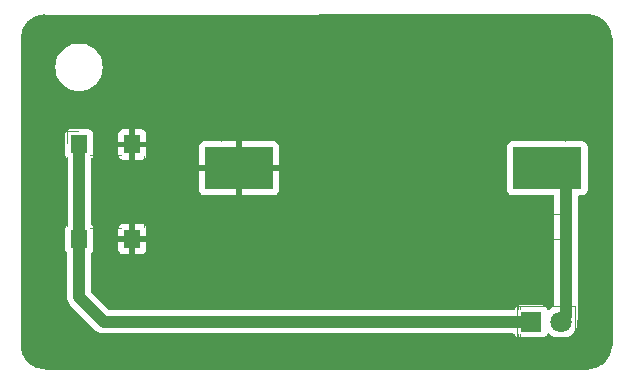
<source format=gbr>
%TF.GenerationSoftware,KiCad,Pcbnew,7.0.2*%
%TF.CreationDate,2023-05-03T11:21:42+05:30*%
%TF.ProjectId,Bed-leveler-PCB,4265642d-6c65-4766-956c-65722d504342,rev?*%
%TF.SameCoordinates,Original*%
%TF.FileFunction,Legend,Bot*%
%TF.FilePolarity,Positive*%
%FSLAX46Y46*%
G04 Gerber Fmt 4.6, Leading zero omitted, Abs format (unit mm)*
G04 Created by KiCad (PCBNEW 7.0.2) date 2023-05-03 11:21:42*
%MOMM*%
%LPD*%
G01*
G04 APERTURE LIST*
%ADD10C,0.150000*%
%ADD11C,0.120000*%
%TA.AperFunction,SMDPad,CuDef*%
%ADD12R,5.790000X3.600000*%
%TD*%
%TA.AperFunction,SMDPad,CuDef*%
%ADD13R,1.400000X1.600000*%
%TD*%
%TA.AperFunction,ComponentPad*%
%ADD14R,1.800000X1.800000*%
%TD*%
%TA.AperFunction,ComponentPad*%
%ADD15C,1.800000*%
%TD*%
%TA.AperFunction,Conductor*%
%ADD16C,1.000000*%
%TD*%
%TA.AperFunction,Profile*%
%ADD17C,0.100000*%
%TD*%
G04 APERTURE END LIST*
D10*
%TO.C,BT1*%
X215423214Y-69638809D02*
X215280357Y-69686428D01*
X215280357Y-69686428D02*
X215232738Y-69734047D01*
X215232738Y-69734047D02*
X215185119Y-69829285D01*
X215185119Y-69829285D02*
X215185119Y-69972142D01*
X215185119Y-69972142D02*
X215232738Y-70067380D01*
X215232738Y-70067380D02*
X215280357Y-70115000D01*
X215280357Y-70115000D02*
X215375595Y-70162619D01*
X215375595Y-70162619D02*
X215756547Y-70162619D01*
X215756547Y-70162619D02*
X215756547Y-69162619D01*
X215756547Y-69162619D02*
X215423214Y-69162619D01*
X215423214Y-69162619D02*
X215327976Y-69210238D01*
X215327976Y-69210238D02*
X215280357Y-69257857D01*
X215280357Y-69257857D02*
X215232738Y-69353095D01*
X215232738Y-69353095D02*
X215232738Y-69448333D01*
X215232738Y-69448333D02*
X215280357Y-69543571D01*
X215280357Y-69543571D02*
X215327976Y-69591190D01*
X215327976Y-69591190D02*
X215423214Y-69638809D01*
X215423214Y-69638809D02*
X215756547Y-69638809D01*
X214899404Y-69162619D02*
X214327976Y-69162619D01*
X214613690Y-70162619D02*
X214613690Y-69162619D01*
X213470833Y-70162619D02*
X214042261Y-70162619D01*
X213756547Y-70162619D02*
X213756547Y-69162619D01*
X213756547Y-69162619D02*
X213851785Y-69305476D01*
X213851785Y-69305476D02*
X213947023Y-69400714D01*
X213947023Y-69400714D02*
X214042261Y-69448333D01*
%TO.C,SW1*%
X172277500Y-75666667D02*
X172325119Y-75809524D01*
X172325119Y-75809524D02*
X172325119Y-76047619D01*
X172325119Y-76047619D02*
X172277500Y-76142857D01*
X172277500Y-76142857D02*
X172229880Y-76190476D01*
X172229880Y-76190476D02*
X172134642Y-76238095D01*
X172134642Y-76238095D02*
X172039404Y-76238095D01*
X172039404Y-76238095D02*
X171944166Y-76190476D01*
X171944166Y-76190476D02*
X171896547Y-76142857D01*
X171896547Y-76142857D02*
X171848928Y-76047619D01*
X171848928Y-76047619D02*
X171801309Y-75857143D01*
X171801309Y-75857143D02*
X171753690Y-75761905D01*
X171753690Y-75761905D02*
X171706071Y-75714286D01*
X171706071Y-75714286D02*
X171610833Y-75666667D01*
X171610833Y-75666667D02*
X171515595Y-75666667D01*
X171515595Y-75666667D02*
X171420357Y-75714286D01*
X171420357Y-75714286D02*
X171372738Y-75761905D01*
X171372738Y-75761905D02*
X171325119Y-75857143D01*
X171325119Y-75857143D02*
X171325119Y-76095238D01*
X171325119Y-76095238D02*
X171372738Y-76238095D01*
X171325119Y-76571429D02*
X172325119Y-76809524D01*
X172325119Y-76809524D02*
X171610833Y-77000000D01*
X171610833Y-77000000D02*
X172325119Y-77190476D01*
X172325119Y-77190476D02*
X171325119Y-77428572D01*
X172325119Y-78333333D02*
X172325119Y-77761905D01*
X172325119Y-78047619D02*
X171325119Y-78047619D01*
X171325119Y-78047619D02*
X171467976Y-77952381D01*
X171467976Y-77952381D02*
X171563214Y-77857143D01*
X171563214Y-77857143D02*
X171610833Y-77761905D01*
%TO.C,D1*%
X214170594Y-90772619D02*
X214170594Y-89772619D01*
X214170594Y-89772619D02*
X213932499Y-89772619D01*
X213932499Y-89772619D02*
X213789642Y-89820238D01*
X213789642Y-89820238D02*
X213694404Y-89915476D01*
X213694404Y-89915476D02*
X213646785Y-90010714D01*
X213646785Y-90010714D02*
X213599166Y-90201190D01*
X213599166Y-90201190D02*
X213599166Y-90344047D01*
X213599166Y-90344047D02*
X213646785Y-90534523D01*
X213646785Y-90534523D02*
X213694404Y-90629761D01*
X213694404Y-90629761D02*
X213789642Y-90725000D01*
X213789642Y-90725000D02*
X213932499Y-90772619D01*
X213932499Y-90772619D02*
X214170594Y-90772619D01*
X212646785Y-90772619D02*
X213218213Y-90772619D01*
X212932499Y-90772619D02*
X212932499Y-89772619D01*
X212932499Y-89772619D02*
X213027737Y-89915476D01*
X213027737Y-89915476D02*
X213122975Y-90010714D01*
X213122975Y-90010714D02*
X213218213Y-90058333D01*
D11*
%TO.C,BT1*%
X215062500Y-78850000D02*
X215062500Y-77300000D01*
X211862500Y-78850000D02*
X215062500Y-78850000D01*
X215062500Y-71150000D02*
X215062500Y-72700000D01*
X189162500Y-83350000D02*
X189162500Y-78850000D01*
X210062500Y-83350000D02*
X211862500Y-81550000D01*
X211862500Y-81550000D02*
X211862500Y-78850000D01*
X185962500Y-78850000D02*
X185962500Y-77300000D01*
X185962500Y-71150000D02*
X185962500Y-72700000D01*
X189162500Y-71150000D02*
X185962500Y-71150000D01*
X211862500Y-66650000D02*
X211862500Y-71150000D01*
X213512500Y-80000000D02*
X213512500Y-82000000D01*
X189162500Y-66650000D02*
X189162500Y-71150000D01*
X211862500Y-71150000D02*
X215062500Y-71150000D01*
X211862500Y-66650000D02*
X189162500Y-66650000D01*
X189162500Y-83350000D02*
X210062500Y-83350000D01*
X189162500Y-78850000D02*
X185962500Y-78850000D01*
X212512500Y-81000000D02*
X214512500Y-81000000D01*
%TO.C,SW1*%
X179412500Y-80000000D02*
X179412500Y-74000000D01*
X172862500Y-71900000D02*
X172862500Y-72900000D01*
X174862500Y-80100000D02*
X177462500Y-80100000D01*
X173862500Y-71900000D02*
X172862500Y-71900000D01*
X174862500Y-73900000D02*
X177462500Y-73900000D01*
X172912500Y-79900000D02*
X172912500Y-74100000D01*
%TO.C,D1*%
X211092500Y-89310000D02*
X211092500Y-89080000D01*
X211092500Y-86920000D02*
X211092500Y-86690000D01*
X210972500Y-89310000D02*
X210972500Y-86690000D01*
X210972500Y-86690000D02*
X215892500Y-86690000D01*
X210972500Y-89310000D02*
X215892500Y-89310000D01*
X211212500Y-86920000D02*
X211212500Y-86690000D01*
X215892500Y-89310000D02*
X215892500Y-86690000D01*
X211212500Y-89310000D02*
X211212500Y-89080000D01*
%TD*%
D12*
%TO.P,BT1,1,+*%
%TO.N,Net-(BT1-+)*%
X213567500Y-75000000D03*
%TO.P,BT1,2,-*%
%TO.N,Net-(BT1--)*%
X187457500Y-75000000D03*
%TD*%
D13*
%TO.P,SW1,1,1*%
%TO.N,Net-(D1-K)*%
X173912500Y-81000000D03*
X173912500Y-73000000D03*
%TO.P,SW1,2,2*%
%TO.N,Net-(BT1--)*%
X178412500Y-73000000D03*
X178412500Y-81000000D03*
%TD*%
D14*
%TO.P,D1,1,K*%
%TO.N,Net-(D1-K)*%
X212162500Y-88000000D03*
D15*
%TO.P,D1,2,A*%
%TO.N,Net-(BT1-+)*%
X214702500Y-88000000D03*
%TD*%
D16*
%TO.N,Net-(D1-K)*%
X212162500Y-88000000D02*
X176000000Y-88000000D01*
X176000000Y-88000000D02*
X173912500Y-85912500D01*
X173912500Y-85912500D02*
X173912500Y-81000000D01*
%TO.N,Net-(BT1-+)*%
X215162500Y-75000000D02*
X215162500Y-87540000D01*
X215162500Y-87540000D02*
X214702500Y-88000000D01*
%TO.N,Net-(D1-K)*%
X173912500Y-73000000D02*
X173912500Y-81000000D01*
%TD*%
%TA.AperFunction,Conductor*%
%TO.N,Net-(BT1--)*%
G36*
X216999815Y-61994978D02*
G01*
X217079345Y-62000190D01*
X217257394Y-62012924D01*
X217272708Y-62014987D01*
X217385070Y-62037337D01*
X217526070Y-62068009D01*
X217539515Y-62071742D01*
X217653381Y-62110394D01*
X217656781Y-62111605D01*
X217784635Y-62159291D01*
X217796136Y-62164258D01*
X217906331Y-62218600D01*
X217910908Y-62220977D01*
X217948183Y-62241330D01*
X218028311Y-62285084D01*
X218037774Y-62290813D01*
X218077365Y-62317266D01*
X218140999Y-62359785D01*
X218146380Y-62363593D01*
X218252575Y-62443090D01*
X218259987Y-62449099D01*
X218353701Y-62531284D01*
X218359623Y-62536831D01*
X218453167Y-62630375D01*
X218458714Y-62636297D01*
X218540895Y-62730006D01*
X218546913Y-62737430D01*
X218626391Y-62843599D01*
X218630227Y-62849019D01*
X218699185Y-62952224D01*
X218704914Y-62961687D01*
X218769018Y-63079084D01*
X218771398Y-63083667D01*
X218825740Y-63193862D01*
X218830710Y-63205372D01*
X218878380Y-63333180D01*
X218879618Y-63336657D01*
X218918251Y-63450470D01*
X218921997Y-63463968D01*
X218952664Y-63604938D01*
X218975012Y-63717287D01*
X218977075Y-63732612D01*
X218989811Y-63910676D01*
X218995022Y-63990193D01*
X218995287Y-63998250D01*
X219005284Y-90001692D01*
X219005019Y-90009849D01*
X218999811Y-90089322D01*
X218987076Y-90267377D01*
X218985010Y-90282721D01*
X218962665Y-90395060D01*
X218931997Y-90536039D01*
X218928254Y-90549522D01*
X218889618Y-90663342D01*
X218888380Y-90666818D01*
X218840710Y-90794626D01*
X218835740Y-90806136D01*
X218781398Y-90916331D01*
X218779018Y-90920914D01*
X218714914Y-91038311D01*
X218709185Y-91047774D01*
X218640227Y-91150979D01*
X218636391Y-91156399D01*
X218556923Y-91262556D01*
X218550884Y-91270005D01*
X218468714Y-91363701D01*
X218463167Y-91369623D01*
X218369623Y-91463167D01*
X218363701Y-91468714D01*
X218270005Y-91550884D01*
X218262556Y-91556923D01*
X218156399Y-91636391D01*
X218150979Y-91640227D01*
X218047774Y-91709185D01*
X218038311Y-91714914D01*
X217920914Y-91779018D01*
X217916331Y-91781398D01*
X217806136Y-91835740D01*
X217794626Y-91840710D01*
X217666818Y-91888380D01*
X217663341Y-91889618D01*
X217549528Y-91928251D01*
X217536030Y-91931997D01*
X217395061Y-91962664D01*
X217337216Y-91974170D01*
X217282697Y-91985014D01*
X217267387Y-91987075D01*
X217089324Y-91999811D01*
X217009826Y-92005021D01*
X217001721Y-92005286D01*
X170998280Y-92005286D01*
X170990171Y-92005021D01*
X170910676Y-91999811D01*
X170732621Y-91987076D01*
X170717277Y-91985009D01*
X170604939Y-91962664D01*
X170523069Y-91944855D01*
X170463949Y-91931994D01*
X170450476Y-91928254D01*
X170336656Y-91889618D01*
X170333180Y-91888380D01*
X170205372Y-91840710D01*
X170193862Y-91835740D01*
X170083667Y-91781398D01*
X170079084Y-91779018D01*
X169961687Y-91714914D01*
X169952224Y-91709185D01*
X169849019Y-91640227D01*
X169843599Y-91636391D01*
X169737430Y-91556913D01*
X169730006Y-91550895D01*
X169636297Y-91468714D01*
X169630375Y-91463167D01*
X169536831Y-91369623D01*
X169531284Y-91363701D01*
X169499660Y-91327641D01*
X169449099Y-91269987D01*
X169443090Y-91262575D01*
X169363593Y-91156380D01*
X169359785Y-91150999D01*
X169317266Y-91087365D01*
X169290813Y-91047774D01*
X169285084Y-91038311D01*
X169220980Y-90920914D01*
X169218600Y-90916331D01*
X169164258Y-90806136D01*
X169159291Y-90794635D01*
X169111605Y-90666781D01*
X169110387Y-90663360D01*
X169095671Y-90620008D01*
X169071747Y-90549528D01*
X169068001Y-90536029D01*
X169037335Y-90395060D01*
X169037030Y-90393530D01*
X169014981Y-90282680D01*
X169012924Y-90267399D01*
X169000198Y-90089476D01*
X168994979Y-90009840D01*
X168994715Y-90001696D01*
X168994715Y-90001692D01*
X168997852Y-81844578D01*
X172712000Y-81844578D01*
X172712001Y-81847872D01*
X172718409Y-81907483D01*
X172768704Y-82042331D01*
X172854954Y-82157546D01*
X172862311Y-82163053D01*
X172904181Y-82218986D01*
X172912000Y-82262320D01*
X172912000Y-85898221D01*
X172911960Y-85901363D01*
X172909742Y-85988862D01*
X172920148Y-86046920D01*
X172921457Y-86056249D01*
X172927426Y-86114938D01*
X172936533Y-86143967D01*
X172940272Y-86159202D01*
X172945641Y-86189152D01*
X172967520Y-86243925D01*
X172970680Y-86252800D01*
X172988341Y-86309088D01*
X173003107Y-86335691D01*
X173009837Y-86349864D01*
X173021122Y-86378117D01*
X173053580Y-86427367D01*
X173058461Y-86435423D01*
X173087090Y-86487001D01*
X173106904Y-86510081D01*
X173116356Y-86522616D01*
X173133099Y-86548020D01*
X173174800Y-86589721D01*
X173181205Y-86596632D01*
X173219634Y-86641396D01*
X173243693Y-86660019D01*
X173255472Y-86670393D01*
X175282431Y-88697351D01*
X175284624Y-88699600D01*
X175344942Y-88763054D01*
X175393362Y-88796755D01*
X175400871Y-88802416D01*
X175446593Y-88839698D01*
X175473562Y-88853785D01*
X175486982Y-88861916D01*
X175511949Y-88879294D01*
X175566163Y-88902559D01*
X175574663Y-88906595D01*
X175626951Y-88933909D01*
X175656196Y-88942277D01*
X175670986Y-88947543D01*
X175678464Y-88950752D01*
X175698942Y-88959540D01*
X175756737Y-88971416D01*
X175765854Y-88973654D01*
X175822582Y-88989887D01*
X175852916Y-88992196D01*
X175868453Y-88994374D01*
X175898259Y-89000500D01*
X175957242Y-89000500D01*
X175966656Y-89000858D01*
X176025476Y-89005337D01*
X176055651Y-89001493D01*
X176071317Y-89000500D01*
X210679710Y-89000500D01*
X210746749Y-89020185D01*
X210792504Y-89072989D01*
X210795885Y-89081150D01*
X210818704Y-89142331D01*
X210904954Y-89257546D01*
X211020169Y-89343796D01*
X211155017Y-89394091D01*
X211214627Y-89400500D01*
X213110372Y-89400499D01*
X213169983Y-89394091D01*
X213304831Y-89343796D01*
X213420046Y-89257546D01*
X213506296Y-89142331D01*
X213534955Y-89065491D01*
X213576825Y-89009559D01*
X213642289Y-88985141D01*
X213710562Y-88999992D01*
X213742364Y-89024840D01*
X213750716Y-89033913D01*
X213933874Y-89176470D01*
X214137997Y-89286936D01*
X214247757Y-89324616D01*
X214357515Y-89362297D01*
X214357517Y-89362297D01*
X214357519Y-89362298D01*
X214586451Y-89400500D01*
X214586452Y-89400500D01*
X214818548Y-89400500D01*
X214818549Y-89400500D01*
X215047481Y-89362298D01*
X215267003Y-89286936D01*
X215471126Y-89176470D01*
X215654284Y-89033913D01*
X215811479Y-88863153D01*
X215938424Y-88668849D01*
X216031657Y-88456300D01*
X216088634Y-88231305D01*
X216107800Y-88000000D01*
X216101615Y-87925359D01*
X216111241Y-87866219D01*
X216122040Y-87841058D01*
X216133917Y-87783256D01*
X216136152Y-87774148D01*
X216152386Y-87717418D01*
X216154696Y-87687078D01*
X216156876Y-87671540D01*
X216163000Y-87641742D01*
X216163000Y-87582754D01*
X216163358Y-87573339D01*
X216167837Y-87514524D01*
X216163993Y-87484339D01*
X216163000Y-87468676D01*
X216163000Y-77424499D01*
X216182685Y-77357460D01*
X216235489Y-77311705D01*
X216287000Y-77300499D01*
X216507061Y-77300499D01*
X216510372Y-77300499D01*
X216569983Y-77294091D01*
X216704831Y-77243796D01*
X216820046Y-77157546D01*
X216906296Y-77042331D01*
X216956591Y-76907483D01*
X216963000Y-76847873D01*
X216962999Y-73152128D01*
X216956591Y-73092517D01*
X216906296Y-72957669D01*
X216820046Y-72842454D01*
X216704831Y-72756204D01*
X216569983Y-72705909D01*
X216518316Y-72700354D01*
X216513666Y-72699854D01*
X216513665Y-72699853D01*
X216510373Y-72699500D01*
X216507050Y-72699500D01*
X210627939Y-72699500D01*
X210627920Y-72699500D01*
X210624628Y-72699501D01*
X210621348Y-72699853D01*
X210621340Y-72699854D01*
X210565015Y-72705909D01*
X210430169Y-72756204D01*
X210314954Y-72842454D01*
X210228704Y-72957668D01*
X210178410Y-73092515D01*
X210178409Y-73092517D01*
X210172000Y-73152127D01*
X210172000Y-73155448D01*
X210172000Y-73155449D01*
X210172000Y-76844560D01*
X210172000Y-76844578D01*
X210172001Y-76847872D01*
X210178409Y-76907483D01*
X210228704Y-77042331D01*
X210314954Y-77157546D01*
X210430169Y-77243796D01*
X210565017Y-77294091D01*
X210624627Y-77300500D01*
X214038000Y-77300499D01*
X214105039Y-77320184D01*
X214150794Y-77372988D01*
X214162000Y-77424499D01*
X214162000Y-86626186D01*
X214142315Y-86693225D01*
X214097018Y-86735240D01*
X213975193Y-86801169D01*
X213933872Y-86823531D01*
X213750713Y-86966089D01*
X213742363Y-86975160D01*
X213682475Y-87011148D01*
X213612637Y-87009046D01*
X213555022Y-86969520D01*
X213534955Y-86934510D01*
X213506296Y-86857669D01*
X213420046Y-86742454D01*
X213304831Y-86656204D01*
X213169983Y-86605909D01*
X213110373Y-86599500D01*
X213107050Y-86599500D01*
X211217939Y-86599500D01*
X211217920Y-86599500D01*
X211214628Y-86599501D01*
X211211348Y-86599853D01*
X211211340Y-86599854D01*
X211155015Y-86605909D01*
X211059871Y-86641396D01*
X211020169Y-86656204D01*
X210904954Y-86742454D01*
X210818704Y-86857669D01*
X210795890Y-86918834D01*
X210754021Y-86974767D01*
X210688557Y-86999184D01*
X210679710Y-86999500D01*
X176465782Y-86999500D01*
X176398743Y-86979815D01*
X176378101Y-86963181D01*
X174949319Y-85534398D01*
X174915834Y-85473075D01*
X174913000Y-85446717D01*
X174913000Y-82262320D01*
X174932685Y-82195281D01*
X174962688Y-82163054D01*
X174970046Y-82157546D01*
X175056296Y-82042331D01*
X175106591Y-81907483D01*
X175113000Y-81847873D01*
X175112999Y-81250000D01*
X177212500Y-81250000D01*
X177212500Y-81844518D01*
X177212854Y-81851132D01*
X177218900Y-81907371D01*
X177269147Y-82042089D01*
X177355311Y-82157188D01*
X177470410Y-82243352D01*
X177605128Y-82293599D01*
X177661367Y-82299645D01*
X177667982Y-82300000D01*
X178162500Y-82300000D01*
X178162500Y-81250000D01*
X178662500Y-81250000D01*
X178662500Y-82300000D01*
X179157018Y-82300000D01*
X179163632Y-82299645D01*
X179219871Y-82293599D01*
X179354589Y-82243352D01*
X179469688Y-82157188D01*
X179555852Y-82042089D01*
X179606099Y-81907371D01*
X179612145Y-81851132D01*
X179612500Y-81844518D01*
X179612500Y-81250000D01*
X178662500Y-81250000D01*
X178162500Y-81250000D01*
X177212500Y-81250000D01*
X175112999Y-81250000D01*
X175112999Y-80750000D01*
X177212500Y-80750000D01*
X178162500Y-80750000D01*
X178162500Y-79700000D01*
X178662500Y-79700000D01*
X178662500Y-80750000D01*
X179612500Y-80750000D01*
X179612500Y-80155481D01*
X179612145Y-80148867D01*
X179606099Y-80092628D01*
X179555852Y-79957910D01*
X179469688Y-79842811D01*
X179354589Y-79756647D01*
X179219871Y-79706400D01*
X179163632Y-79700354D01*
X179157018Y-79700000D01*
X178662500Y-79700000D01*
X178162500Y-79700000D01*
X177667982Y-79700000D01*
X177661367Y-79700354D01*
X177605128Y-79706400D01*
X177470410Y-79756647D01*
X177355311Y-79842811D01*
X177269147Y-79957910D01*
X177218900Y-80092628D01*
X177212854Y-80148867D01*
X177212500Y-80155481D01*
X177212500Y-80750000D01*
X175112999Y-80750000D01*
X175112999Y-80152128D01*
X175106591Y-80092517D01*
X175056296Y-79957669D01*
X174970046Y-79842454D01*
X174970044Y-79842451D01*
X174962687Y-79836944D01*
X174920817Y-79781010D01*
X174913000Y-79737679D01*
X174913000Y-75250000D01*
X184062500Y-75250000D01*
X184062500Y-76844518D01*
X184062854Y-76851132D01*
X184068900Y-76907371D01*
X184119147Y-77042089D01*
X184205311Y-77157188D01*
X184320410Y-77243352D01*
X184455128Y-77293599D01*
X184511367Y-77299645D01*
X184517982Y-77300000D01*
X187207500Y-77300000D01*
X187207500Y-75250000D01*
X187707500Y-75250000D01*
X187707500Y-77300000D01*
X190397018Y-77300000D01*
X190403632Y-77299645D01*
X190459871Y-77293599D01*
X190594589Y-77243352D01*
X190709688Y-77157188D01*
X190795852Y-77042089D01*
X190846099Y-76907371D01*
X190852145Y-76851132D01*
X190852500Y-76844518D01*
X190852500Y-75250000D01*
X187707500Y-75250000D01*
X187207500Y-75250000D01*
X184062500Y-75250000D01*
X174913000Y-75250000D01*
X174913000Y-74749999D01*
X184062499Y-74749999D01*
X184062500Y-74750000D01*
X187207500Y-74750000D01*
X187207500Y-72700000D01*
X187707500Y-72700000D01*
X187707500Y-74750000D01*
X190852500Y-74750000D01*
X190852500Y-73155481D01*
X190852145Y-73148867D01*
X190846099Y-73092628D01*
X190795852Y-72957910D01*
X190709688Y-72842811D01*
X190594589Y-72756647D01*
X190459871Y-72706400D01*
X190403632Y-72700354D01*
X190397018Y-72700000D01*
X187707500Y-72700000D01*
X187207500Y-72700000D01*
X184517982Y-72700000D01*
X184511367Y-72700354D01*
X184455128Y-72706400D01*
X184320410Y-72756647D01*
X184205311Y-72842811D01*
X184119147Y-72957910D01*
X184068900Y-73092628D01*
X184062854Y-73148867D01*
X184062500Y-73155481D01*
X184062499Y-74749999D01*
X174913000Y-74749999D01*
X174913000Y-74262320D01*
X174932685Y-74195281D01*
X174962688Y-74163054D01*
X174970046Y-74157546D01*
X175056296Y-74042331D01*
X175106591Y-73907483D01*
X175113000Y-73847873D01*
X175113000Y-73250000D01*
X177212500Y-73250000D01*
X177212500Y-73844518D01*
X177212854Y-73851132D01*
X177218900Y-73907371D01*
X177269147Y-74042089D01*
X177355311Y-74157188D01*
X177470410Y-74243352D01*
X177605128Y-74293599D01*
X177661367Y-74299645D01*
X177667982Y-74300000D01*
X178162500Y-74300000D01*
X178162500Y-73250000D01*
X178662500Y-73250000D01*
X178662500Y-74300000D01*
X179157018Y-74300000D01*
X179163632Y-74299645D01*
X179219871Y-74293599D01*
X179354589Y-74243352D01*
X179469688Y-74157188D01*
X179555852Y-74042089D01*
X179606099Y-73907371D01*
X179612145Y-73851132D01*
X179612500Y-73844518D01*
X179612500Y-73250000D01*
X178662500Y-73250000D01*
X178162500Y-73250000D01*
X177212500Y-73250000D01*
X175113000Y-73250000D01*
X175113000Y-72750000D01*
X177212500Y-72750000D01*
X178162500Y-72750000D01*
X178162500Y-71700000D01*
X178662500Y-71700000D01*
X178662500Y-72750000D01*
X179612500Y-72750000D01*
X179612500Y-72155481D01*
X179612145Y-72148867D01*
X179606099Y-72092628D01*
X179555852Y-71957910D01*
X179469688Y-71842811D01*
X179354589Y-71756647D01*
X179219871Y-71706400D01*
X179163632Y-71700354D01*
X179157018Y-71700000D01*
X178662500Y-71700000D01*
X178162500Y-71700000D01*
X177667982Y-71700000D01*
X177661367Y-71700354D01*
X177605128Y-71706400D01*
X177470410Y-71756647D01*
X177355311Y-71842811D01*
X177269147Y-71957910D01*
X177218900Y-72092628D01*
X177212854Y-72148867D01*
X177212500Y-72155481D01*
X177212500Y-72750000D01*
X175113000Y-72750000D01*
X175112999Y-72152128D01*
X175106591Y-72092517D01*
X175056296Y-71957669D01*
X174970046Y-71842454D01*
X174854831Y-71756204D01*
X174719983Y-71705909D01*
X174668316Y-71700354D01*
X174663666Y-71699854D01*
X174663665Y-71699853D01*
X174660373Y-71699500D01*
X174657050Y-71699500D01*
X173167939Y-71699500D01*
X173167920Y-71699500D01*
X173164628Y-71699501D01*
X173161348Y-71699853D01*
X173161340Y-71699854D01*
X173105015Y-71705909D01*
X172970169Y-71756204D01*
X172854954Y-71842454D01*
X172768704Y-71957668D01*
X172718410Y-72092515D01*
X172718409Y-72092517D01*
X172712000Y-72152127D01*
X172712000Y-72155448D01*
X172712000Y-72155449D01*
X172712000Y-73844560D01*
X172712000Y-73844578D01*
X172712001Y-73847872D01*
X172718409Y-73907483D01*
X172768704Y-74042331D01*
X172854954Y-74157546D01*
X172862311Y-74163053D01*
X172904181Y-74218986D01*
X172912000Y-74262320D01*
X172912000Y-79737679D01*
X172892315Y-79804718D01*
X172862313Y-79836944D01*
X172854955Y-79842451D01*
X172768704Y-79957668D01*
X172718410Y-80092515D01*
X172718409Y-80092517D01*
X172712000Y-80152127D01*
X172712000Y-80155448D01*
X172712000Y-80155449D01*
X172712000Y-81844560D01*
X172712000Y-81844578D01*
X168997852Y-81844578D01*
X169003768Y-66460000D01*
X171904389Y-66460000D01*
X171924804Y-66745429D01*
X171985629Y-67025041D01*
X172085634Y-67293163D01*
X172222772Y-67544313D01*
X172308517Y-67658854D01*
X172394261Y-67773395D01*
X172596605Y-67975739D01*
X172768414Y-68104354D01*
X172825686Y-68147227D01*
X172965435Y-68223535D01*
X173076839Y-68284367D01*
X173344954Y-68384369D01*
X173344957Y-68384369D01*
X173344958Y-68384370D01*
X173397217Y-68395738D01*
X173624572Y-68445196D01*
X173838552Y-68460500D01*
X173840767Y-68460500D01*
X173979233Y-68460500D01*
X173981448Y-68460500D01*
X174195428Y-68445196D01*
X174475046Y-68384369D01*
X174743161Y-68284367D01*
X174994315Y-68147226D01*
X175223395Y-67975739D01*
X175425739Y-67773395D01*
X175597226Y-67544315D01*
X175734367Y-67293161D01*
X175834369Y-67025046D01*
X175895196Y-66745428D01*
X175915610Y-66460000D01*
X175895196Y-66174572D01*
X175834369Y-65894954D01*
X175734367Y-65626839D01*
X175597226Y-65375685D01*
X175425739Y-65146605D01*
X175223395Y-64944261D01*
X175108855Y-64858517D01*
X174994313Y-64772772D01*
X174743163Y-64635634D01*
X174743162Y-64635633D01*
X174743161Y-64635633D01*
X174475046Y-64535631D01*
X174475041Y-64535629D01*
X174195429Y-64474804D01*
X173983658Y-64459658D01*
X173983656Y-64459657D01*
X173981448Y-64459500D01*
X173838552Y-64459500D01*
X173836344Y-64459657D01*
X173836341Y-64459658D01*
X173624570Y-64474804D01*
X173344958Y-64535629D01*
X173076836Y-64635634D01*
X172825686Y-64772772D01*
X172596602Y-64944263D01*
X172394263Y-65146602D01*
X172222772Y-65375686D01*
X172085634Y-65626836D01*
X171985629Y-65894958D01*
X171924804Y-66174570D01*
X171904389Y-66460000D01*
X169003768Y-66460000D01*
X169004711Y-64008240D01*
X169004975Y-64000209D01*
X169010190Y-63920638D01*
X169022924Y-63742599D01*
X169024985Y-63727300D01*
X169047339Y-63614918D01*
X169078011Y-63473920D01*
X169081739Y-63460493D01*
X169120408Y-63346574D01*
X169121589Y-63343260D01*
X169169297Y-63215350D01*
X169174252Y-63203875D01*
X169228613Y-63093640D01*
X169230955Y-63089130D01*
X169295091Y-62971673D01*
X169300804Y-62962237D01*
X169369809Y-62858964D01*
X169373568Y-62853654D01*
X169453110Y-62747398D01*
X169459078Y-62740037D01*
X169541314Y-62646264D01*
X169546801Y-62640406D01*
X169640406Y-62546801D01*
X169646264Y-62541314D01*
X169740037Y-62459078D01*
X169747398Y-62453110D01*
X169853654Y-62373568D01*
X169858964Y-62369809D01*
X169962237Y-62300804D01*
X169971673Y-62295091D01*
X170089130Y-62230955D01*
X170093640Y-62228613D01*
X170203875Y-62174252D01*
X170215350Y-62169297D01*
X170343260Y-62121589D01*
X170346595Y-62120401D01*
X170460472Y-62081746D01*
X170473962Y-62078002D01*
X170614927Y-62047337D01*
X170727326Y-62024980D01*
X170742595Y-62022925D01*
X170920642Y-62010190D01*
X170991968Y-62005516D01*
X171000172Y-62004979D01*
X171008276Y-62004714D01*
X171055959Y-62004714D01*
X171056054Y-62004701D01*
X216991735Y-61994714D01*
X216999815Y-61994978D01*
G37*
%TD.AperFunction*%
%TD*%
D17*
X171004214Y-62004214D02*
G75*
G03*
X169004214Y-64004214I0J-2000000D01*
G01*
X168994214Y-90005786D02*
G75*
G03*
X170994214Y-92005786I2000000J0D01*
G01*
X218995786Y-63994214D02*
G75*
G03*
X216995786Y-61994214I-2000000J0D01*
G01*
X217005786Y-92005786D02*
G75*
G03*
X219005786Y-90005786I0J2000000D01*
G01*
X218995786Y-63994214D02*
X219005786Y-90005786D01*
X171004214Y-62004214D02*
X216995786Y-61994214D01*
X168994214Y-90005786D02*
X169004214Y-64004214D01*
X217005786Y-92005786D02*
X170994214Y-92005786D01*
M02*

</source>
